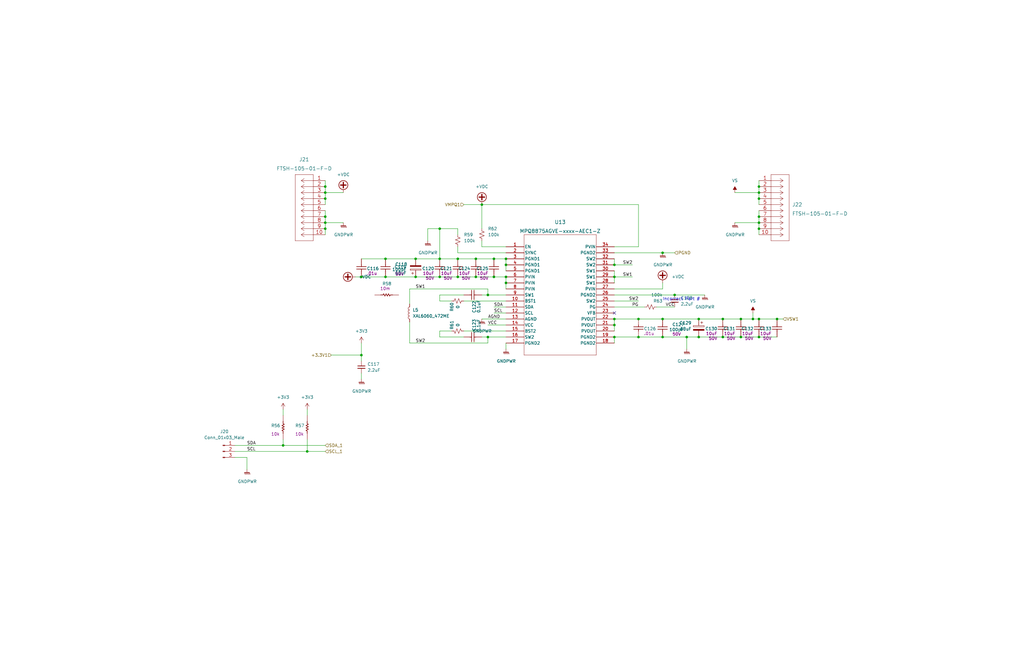
<source format=kicad_sch>
(kicad_sch (version 20230121) (generator eeschema)
  (paper "B")
  (title_block (title "SN-952-A, Charge & Discharge Control") (date "2023-06-28") (rev "PA"))
  (lib_symbols
    (symbol "BCU_AltiumImport-altium-import:0_Cap"
      (property "Value" "0_Cap" (at 0 0 0))
      (symbol "0_Cap_1_0"
        (polyline (pts (xy -2.032 -3.302) (xy 2.032 -3.302)) (stroke (width 0.254)))
        (polyline (pts (xy 0 -5.08) (xy 0 -4.318)) (stroke (width 0.254)))
        (polyline (pts (xy 0 -2.54) (xy 0 -3.302)) (stroke (width 0.254)))
        (polyline (pts (xy 2.032 -4.318) (xy -2.032 -4.318)) (stroke (width 0.254)))
        (pin passive line (at 0 0 270) (length 2.54) (name "1") (number "1"))
        (pin passive line (at 0 -7.62 90) (length 2.54) (name "2") (number "2"))
      )
    )
    (symbol "BCU_AltiumImport-altium-import:0_RES"
      (property "Value" "0_RES" (at 0 0 0))
      (symbol "0_RES_1_0"
        (polyline (pts (xy 7.62 0) (xy 6.604 0) (xy 6.35 -0.508) (xy 5.842 0.508) (xy 5.334 -0.508) (xy 4.826 0.508) (xy 4.318 -0.508) (xy 3.81 0.508) (xy 3.556 0) (xy 2.54 0)) (stroke (width 0.254)))
        (pin passive line (at 0 0 0) (length 2.54) (name "1") (number "1"))
        (pin passive line (at 10.16 0 180) (length 2.54) (name "2") (number "2"))
      )
    )
    (symbol "Connector:Conn_01x03_Male" (pin_names (offset 1.016) hide)
      (property "Reference" "J" (at 0 5.08 0))
      (property "Value" "Conn_01x03_Male" (at 0 -5.08 0))
      (symbol "Conn_01x03_Male_1_1"
        (polyline (pts (xy 1.27 -2.54) (xy 0.8636 -2.54)) (stroke (width 0.1524)))
        (polyline (pts (xy 1.27 0) (xy 0.8636 0)) (stroke (width 0.1524)))
        (polyline (pts (xy 1.27 2.54) (xy 0.8636 2.54)) (stroke (width 0.1524)))
        (rectangle (start 0.8636 -2.413) (end 0 -2.667) (stroke (width 0.1524)) (fill (type outline)))
        (rectangle (start 0.8636 0.127) (end 0 -0.127) (stroke (width 0.1524)) (fill (type outline)))
        (rectangle (start 0.8636 2.667) (end 0 2.413) (stroke (width 0.1524)) (fill (type outline)))
        (pin passive line (at 5.08 2.54 180) (length 3.81) (name "Pin_1") (number "1"))
        (pin passive line (at 5.08 0 180) (length 3.81) (name "Pin_2") (number "2"))
        (pin passive line (at 5.08 -2.54 180) (length 3.81) (name "Pin_3") (number "3"))
      )
    )
    (symbol "Connector:FTSH-105-01-F-D" (pin_names (offset 0.254) hide)
      (property "Reference" "J?" (at 8.89 6.35 0))
      (property "Value" "FTSH-105-01-F-D" (at 26.67 -6.35 0))
      (symbol "FTSH-105-01-F-D_1_1"
        (polyline (pts (xy 5.08 -25.4) (xy 12.7 -25.4)) (stroke (width 0.127)))
        (polyline (pts (xy 5.08 2.54) (xy 5.08 -25.4)) (stroke (width 0.127)))
        (polyline (pts (xy 10.16 -22.86) (xy 5.08 -22.86)) (stroke (width 0.127)))
        (polyline (pts (xy 10.16 -22.86) (xy 8.89 -23.6982)) (stroke (width 0.127)))
        (polyline (pts (xy 10.16 -22.86) (xy 8.89 -22.0218)) (stroke (width 0.127)))
        (polyline (pts (xy 10.16 -20.32) (xy 5.08 -20.32)) (stroke (width 0.127)))
        (polyline (pts (xy 10.16 -20.32) (xy 8.89 -21.1582)) (stroke (width 0.127)))
        (polyline (pts (xy 10.16 -20.32) (xy 8.89 -19.4818)) (stroke (width 0.127)))
        (polyline (pts (xy 10.16 -17.78) (xy 5.08 -17.78)) (stroke (width 0.127)))
        (polyline (pts (xy 10.16 -17.78) (xy 8.89 -18.6182)) (stroke (width 0.127)))
        (polyline (pts (xy 10.16 -17.78) (xy 8.89 -16.9418)) (stroke (width 0.127)))
        (polyline (pts (xy 10.16 -15.24) (xy 5.08 -15.24)) (stroke (width 0.127)))
        (polyline (pts (xy 10.16 -15.24) (xy 8.89 -16.0782)) (stroke (width 0.127)))
        (polyline (pts (xy 10.16 -15.24) (xy 8.89 -14.4018)) (stroke (width 0.127)))
        (polyline (pts (xy 10.16 -12.7) (xy 5.08 -12.7)) (stroke (width 0.127)))
        (polyline (pts (xy 10.16 -12.7) (xy 8.89 -13.5382)) (stroke (width 0.127)))
        (polyline (pts (xy 10.16 -12.7) (xy 8.89 -11.8618)) (stroke (width 0.127)))
        (polyline (pts (xy 10.16 -10.16) (xy 5.08 -10.16)) (stroke (width 0.127)))
        (polyline (pts (xy 10.16 -10.16) (xy 8.89 -10.9982)) (stroke (width 0.127)))
        (polyline (pts (xy 10.16 -10.16) (xy 8.89 -9.3218)) (stroke (width 0.127)))
        (polyline (pts (xy 10.16 -7.62) (xy 5.08 -7.62)) (stroke (width 0.127)))
        (polyline (pts (xy 10.16 -7.62) (xy 8.89 -8.4582)) (stroke (width 0.127)))
        (polyline (pts (xy 10.16 -7.62) (xy 8.89 -6.7818)) (stroke (width 0.127)))
        (polyline (pts (xy 10.16 -5.08) (xy 5.08 -5.08)) (stroke (width 0.127)))
        (polyline (pts (xy 10.16 -5.08) (xy 8.89 -5.9182)) (stroke (width 0.127)))
        (polyline (pts (xy 10.16 -5.08) (xy 8.89 -4.2418)) (stroke (width 0.127)))
        (polyline (pts (xy 10.16 -2.54) (xy 5.08 -2.54)) (stroke (width 0.127)))
        (polyline (pts (xy 10.16 -2.54) (xy 8.89 -3.3782)) (stroke (width 0.127)))
        (polyline (pts (xy 10.16 -2.54) (xy 8.89 -1.7018)) (stroke (width 0.127)))
        (polyline (pts (xy 10.16 0) (xy 5.08 0)) (stroke (width 0.127)))
        (polyline (pts (xy 10.16 0) (xy 8.89 -0.8382)) (stroke (width 0.127)))
        (polyline (pts (xy 10.16 0) (xy 8.89 0.8382)) (stroke (width 0.127)))
        (polyline (pts (xy 12.7 -25.4) (xy 12.7 2.54)) (stroke (width 0.127)))
        (polyline (pts (xy 12.7 2.54) (xy 5.08 2.54)) (stroke (width 0.127)))
        (pin unspecified line (at 0 0 0) (length 5.08) (name "1") (number "1"))
        (pin unspecified line (at 0 -22.86 0) (length 5.08) (name "10") (number "10"))
        (pin unspecified line (at 0 -2.54 0) (length 5.08) (name "2") (number "2"))
        (pin unspecified line (at 0 -5.08 0) (length 5.08) (name "3") (number "3"))
        (pin unspecified line (at 0 -7.62 0) (length 5.08) (name "4") (number "4"))
        (pin unspecified line (at 0 -10.16 0) (length 5.08) (name "5") (number "5"))
        (pin unspecified line (at 0 -12.7 0) (length 5.08) (name "6") (number "6"))
        (pin unspecified line (at 0 -15.24 0) (length 5.08) (name "7") (number "7"))
        (pin unspecified line (at 0 -17.78 0) (length 5.08) (name "8") (number "8"))
        (pin unspecified line (at 0 -20.32 0) (length 5.08) (name "9") (number "9"))
      )
    )
    (symbol "Device:C_Polarized" (pin_numbers hide) (pin_names (offset 0.254))
      (property "Reference" "C" (at 0.635 2.54 0))
      (property "Value" "C_Polarized" (at 0.635 -2.54 0))
      (symbol "C_Polarized_0_1"
        (rectangle (start -2.286 0.508) (end 2.286 1.016))
        (polyline (pts (xy -1.778 2.286) (xy -0.762 2.286)))
        (polyline (pts (xy -1.27 2.794) (xy -1.27 1.778)))
        (rectangle (start 2.286 -0.508) (end -2.286 -1.016) (fill (type outline)))
      )
      (symbol "C_Polarized_1_1"
        (pin passive line (at 0 3.81 270) (length 2.794) (name "~") (number "1"))
        (pin passive line (at 0 -3.81 90) (length 2.794) (name "~") (number "2"))
      )
    )
    (symbol "Device:C_Small" (pin_numbers hide) (pin_names (offset 0.254) hide)
      (property "Reference" "C" (at 0.254 1.778 0))
      (property "Value" "C_Small" (at 0.254 -2.032 0))
      (symbol "C_Small_0_1"
        (polyline (pts (xy -1.524 -0.508) (xy 1.524 -0.508)) (stroke (width 0.3302)))
        (polyline (pts (xy -1.524 0.508) (xy 1.524 0.508)) (stroke (width 0.3048)))
      )
      (symbol "C_Small_1_1"
        (pin passive line (at 0 2.54 270) (length 2.032) (name "~") (number "1"))
        (pin passive line (at 0 -2.54 90) (length 2.032) (name "~") (number "2"))
      )
    )
    (symbol "Device:L" (pin_numbers hide) (pin_names (offset 1.016) hide)
      (property "Reference" "L" (at -1.27 0 90))
      (property "Value" "L" (at 1.905 0 90))
      (symbol "L_0_1"
        (arc (start 0 -2.54) (mid 0.6323 -1.905) (end 0 -1.27))
        (arc (start 0 -1.27) (mid 0.6323 -0.635) (end 0 0))
        (arc (start 0 0) (mid 0.6323 0.635) (end 0 1.27))
        (arc (start 0 1.27) (mid 0.6323 1.905) (end 0 2.54))
      )
      (symbol "L_1_1"
        (pin passive line (at 0 3.81 270) (length 1.27) (name "1") (number "1"))
        (pin passive line (at 0 -3.81 90) (length 1.27) (name "2") (number "2"))
      )
    )
    (symbol "Device:R_Small_US" (pin_numbers hide) (pin_names (offset 0.254) hide)
      (property "Reference" "R" (at 0.762 0.508 0))
      (property "Value" "R_Small_US" (at 0.762 -1.016 0))
      (symbol "R_Small_US_1_1"
        (polyline (pts (xy 0 0) (xy 1.016 -0.381) (xy 0 -0.762) (xy -1.016 -1.143) (xy 0 -1.524)))
        (polyline (pts (xy 0 1.524) (xy 1.016 1.143) (xy 0 0.762) (xy -1.016 0.381) (xy 0 0)))
        (pin passive line (at 0 2.54 270) (length 1.016) (name "~") (number "1"))
        (pin passive line (at 0 -2.54 90) (length 1.016) (name "~") (number "2"))
      )
    )
    (symbol "Regulator_Switching:MPQ8875AGVE-xxxx-AEC1-Z" (pin_names (offset 0.254))
      (property "Reference" "U" (at 22.86 10.16 0))
      (property "Value" "MPQ8875AGVE-xxxx-AEC1-Z" (at 22.86 7.62 0))
      (symbol "MPQ8875AGVE-xxxx-AEC1-Z_0_1"
        (polyline (pts (xy 7.62 -45.72) (xy 38.1 -45.72)) (stroke (width 0.127)))
        (polyline (pts (xy 7.62 5.08) (xy 7.62 -45.72)) (stroke (width 0.127)))
        (polyline (pts (xy 38.1 -45.72) (xy 38.1 5.08)) (stroke (width 0.127)))
        (polyline (pts (xy 38.1 5.08) (xy 7.62 5.08)) (stroke (width 0.127)))
        (pin input line (at 0 0 0) (length 7.62) (name "EN") (number "1"))
        (pin power_in line (at 0 -22.86 0) (length 7.62) (name "BST1") (number "10"))
        (pin bidirectional line (at 0 -25.4 0) (length 7.62) (name "SDA") (number "11"))
        (pin input line (at 0 -27.94 0) (length 7.62) (name "SCL") (number "12"))
        (pin power_in line (at 0 -30.48 0) (length 7.62) (name "AGND") (number "13"))
        (pin power_in line (at 0 -33.02 0) (length 7.62) (name "VCC") (number "14"))
        (pin power_in line (at 0 -35.56 0) (length 7.62) (name "BST2") (number "15"))
        (pin output line (at 0 -38.1 0) (length 7.62) (name "SW2") (number "16"))
        (pin power_in line (at 0 -40.64 0) (length 7.62) (name "PGND2") (number "17"))
        (pin power_in line (at 45.72 -40.64 180) (length 7.62) (name "PGND2") (number "18"))
        (pin power_in line (at 45.72 -38.1 180) (length 7.62) (name "PGND2") (number "19"))
        (pin bidirectional line (at 0 -2.54 0) (length 7.62) (name "SYNC") (number "2"))
        (pin power_in line (at 45.72 -35.56 180) (length 7.62) (name "PVOUT") (number "20"))
        (pin power_in line (at 45.72 -33.02 180) (length 7.62) (name "PVOUT") (number "21"))
        (pin power_in line (at 45.72 -30.48 180) (length 7.62) (name "PVOUT") (number "22"))
        (pin input line (at 45.72 -27.94 180) (length 7.62) (name "VFB") (number "23"))
        (pin unspecified line (at 45.72 -25.4 180) (length 7.62) (name "PG") (number "24"))
        (pin output line (at 45.72 -22.86 180) (length 7.62) (name "SW2") (number "25"))
        (pin power_in line (at 45.72 -20.32 180) (length 7.62) (name "PGND2") (number "26"))
        (pin power_in line (at 45.72 -17.78 180) (length 7.62) (name "PVIN") (number "27"))
        (pin output line (at 45.72 -15.24 180) (length 7.62) (name "SW1") (number "28"))
        (pin output line (at 45.72 -12.7 180) (length 7.62) (name "SW1") (number "29"))
        (pin power_in line (at 0 -5.08 0) (length 7.62) (name "PGND1") (number "3"))
        (pin output line (at 45.72 -10.16 180) (length 7.62) (name "SW1") (number "30"))
        (pin output line (at 45.72 -7.62 180) (length 7.62) (name "SW2") (number "31"))
        (pin output line (at 45.72 -5.08 180) (length 7.62) (name "SW2") (number "32"))
        (pin power_in line (at 45.72 -2.54 180) (length 7.62) (name "PGND2") (number "33"))
        (pin power_in line (at 45.72 0 180) (length 7.62) (name "PVIN") (number "34"))
        (pin power_in line (at 0 -7.62 0) (length 7.62) (name "PGND1") (number "4"))
        (pin power_in line (at 0 -10.16 0) (length 7.62) (name "PGND1") (number "5"))
        (pin power_in line (at 0 -12.7 0) (length 7.62) (name "PVIN") (number "6"))
        (pin power_in line (at 0 -15.24 0) (length 7.62) (name "PVIN") (number "7"))
        (pin power_in line (at 0 -17.78 0) (length 7.62) (name "PVIN") (number "8"))
        (pin output line (at 0 -20.32 0) (length 7.62) (name "SW1") (number "9"))
      )
    )
    (symbol "power:+3V3" (power) (pin_names (offset 0))
      (property "Value" "+3V3" (at 0 3.556 0))
      (symbol "+3V3_0_1"
        (polyline (pts (xy -0.762 1.27) (xy 0 2.54)))
        (polyline (pts (xy 0 0) (xy 0 2.54)))
        (polyline (pts (xy 0 2.54) (xy 0.762 1.27)))
      )
      (symbol "+3V3_1_1"
        (pin power_in line (at 0 0 90) (length 0) hide (name "+3V3") (number "1"))
      )
    )
    (symbol "power:+VDC" (power) (pin_names (offset 0))
      (property "Value" "+VDC" (at 0 6.35 0))
      (symbol "+VDC_0_1"
        (polyline (pts (xy -1.143 3.175) (xy 1.143 3.175)) (stroke (width 0.508)))
        (polyline (pts (xy 0 0) (xy 0 1.27)))
        (polyline (pts (xy 0 2.032) (xy 0 4.318)) (stroke (width 0.508)))
        (circle (center 0 3.175) (radius 1.905) (stroke (width 0.254)))
      )
      (symbol "+VDC_1_1"
        (pin power_in line (at 0 0 90) (length 0) hide (name "+VDC") (number "1"))
      )
    )
    (symbol "power:GNDPWR" (power) (pin_names (offset 0))
      (property "Value" "GNDPWR" (at 0 -3.302 0))
      (symbol "GNDPWR_0_1"
        (polyline (pts (xy 0 -1.27) (xy 0 0)))
        (polyline (pts (xy -1.016 -1.27) (xy -1.27 -2.032) (xy -1.27 -2.032)) (stroke (width 0.2032)))
        (polyline (pts (xy -0.508 -1.27) (xy -0.762 -2.032) (xy -0.762 -2.032)) (stroke (width 0.2032)))
        (polyline (pts (xy 0 -1.27) (xy -0.254 -2.032) (xy -0.254 -2.032)) (stroke (width 0.2032)))
        (polyline (pts (xy 0.508 -1.27) (xy 0.254 -2.032) (xy 0.254 -2.032)) (stroke (width 0.2032)))
        (polyline (pts (xy 1.016 -1.27) (xy -1.016 -1.27) (xy -1.016 -1.27)) (stroke (width 0.2032)))
        (polyline (pts (xy 1.016 -1.27) (xy 0.762 -2.032) (xy 0.762 -2.032) (xy 0.762 -2.032)) (stroke (width 0.2032)))
      )
      (symbol "GNDPWR_1_1"
        (pin power_in line (at 0 0 270) (length 0) hide (name "GNDPWR") (number "1"))
      )
    )
    (symbol "power:VS" (power) (pin_names (offset 0))
      (property "Value" "VS" (at 0 3.81 0))
      (symbol "VS_0_1"
        (polyline (pts (xy 0 0) (xy 0 2.54)))
        (polyline (pts (xy 0.762 1.27) (xy -0.762 1.27) (xy 0 2.54) (xy 0.762 1.27)) (fill (type outline)))
      )
      (symbol "VS_1_1"
        (pin power_in line (at 0 0 90) (length 0) hide (name "VS") (number "1"))
      )
    )
  )
  (junction (at 205.74 124.46))
  (junction (at 129.54 190.5))
  (junction (at 320.04 134.62))
  (junction (at 193.04 109.22))
  (junction (at 213.36 109.22))
  (junction (at 320.04 93.98))
  (junction (at 162.56 109.22))
  (junction (at 213.36 111.76))
  (junction (at 208.28 116.84))
  (junction (at 175.26 109.22))
  (junction (at 294.64 134.62))
  (junction (at 137.16 78.74))
  (junction (at 203.2 86.36))
  (junction (at 205.74 142.24))
  (junction (at 259.08 111.76))
  (junction (at 312.42 134.62))
  (junction (at 137.16 83.82))
  (junction (at 208.28 109.22))
  (junction (at 259.08 142.24))
  (junction (at 152.4 116.84))
  (junction (at 137.16 91.44))
  (junction (at 137.16 81.28))
  (junction (at 185.42 96.52))
  (junction (at 279.4 106.68))
  (junction (at 185.42 109.22))
  (junction (at 304.8 142.24))
  (junction (at 193.04 116.84))
  (junction (at 304.8 134.62))
  (junction (at 320.04 91.44))
  (junction (at 137.16 93.98))
  (junction (at 284.48 124.46))
  (junction (at 269.24 134.62))
  (junction (at 320.04 96.52))
  (junction (at 279.4 134.62))
  (junction (at 320.04 83.82))
  (junction (at 317.5 134.62))
  (junction (at 152.4 149.86))
  (junction (at 312.42 142.24))
  (junction (at 200.66 109.22))
  (junction (at 119.38 187.96))
  (junction (at 259.08 134.62))
  (junction (at 259.08 137.16))
  (junction (at 175.26 116.84))
  (junction (at 320.04 78.74))
  (junction (at 320.04 81.28))
  (junction (at 289.56 142.24))
  (junction (at 279.4 142.24))
  (junction (at 320.04 142.24))
  (junction (at 213.36 116.84))
  (junction (at 200.66 116.84))
  (junction (at 185.42 116.84))
  (junction (at 137.16 96.52))
  (junction (at 269.24 142.24))
  (junction (at 294.64 142.24))
  (junction (at 259.08 116.84))
  (junction (at 327.66 134.62))
  (junction (at 213.36 119.38))
  (junction (at 162.56 116.84))
  (no_connect (at 259.08 132.08))
  (wire (pts (xy 259.08 114.3) (xy 259.08 116.84)))
  (wire (pts (xy 193.04 99.06) (xy 193.04 96.52)))
  (wire (pts (xy 213.36 116.84) (xy 213.36 119.38)))
  (wire (pts (xy 320.04 88.9) (xy 320.04 91.44)))
  (wire (pts (xy 137.16 88.9) (xy 137.16 91.44)))
  (wire (pts (xy 320.04 134.62) (xy 327.66 134.62)))
  (wire (pts (xy 205.74 137.16) (xy 213.36 137.16)))
  (wire (pts (xy 320.04 96.52) (xy 320.04 99.06)))
  (wire (pts (xy 137.16 91.44) (xy 137.16 93.98)))
  (wire (pts (xy 259.08 109.22) (xy 259.08 111.76)))
  (wire (pts (xy 208.28 129.54) (xy 213.36 129.54)))
  (wire (pts (xy 317.5 132.08) (xy 317.5 134.62)))
  (wire (pts (xy 203.2 96.52) (xy 203.2 86.36)))
  (wire (pts (xy 269.24 104.14) (xy 259.08 104.14)))
  (wire (pts (xy 208.28 132.08) (xy 213.36 132.08)))
  (wire (pts (xy 205.74 124.46) (xy 205.74 121.92)))
  (wire (pts (xy 185.42 127) (xy 190.5 127)))
  (wire (pts (xy 137.16 76.2) (xy 137.16 78.74)))
  (wire (pts (xy 213.36 106.68) (xy 193.04 106.68)))
  (wire (pts (xy 172.72 144.78) (xy 172.72 135.89)))
  (wire (pts (xy 312.42 134.62) (xy 317.5 134.62)))
  (wire (pts (xy 269.24 86.36) (xy 269.24 104.14)))
  (wire (pts (xy 152.4 116.84) (xy 162.56 116.84)))
  (wire (pts (xy 119.38 187.96) (xy 137.16 187.96)))
  (wire (pts (xy 309.88 93.98) (xy 320.04 93.98)))
  (wire (pts (xy 195.58 139.7) (xy 213.36 139.7)))
  (wire (pts (xy 205.74 124.46) (xy 213.36 124.46)))
  (wire (pts (xy 200.66 109.22) (xy 208.28 109.22)))
  (wire (pts (xy 320.04 91.44) (xy 320.04 93.98)))
  (wire (pts (xy 200.66 116.84) (xy 208.28 116.84)))
  (wire (pts (xy 203.2 86.36) (xy 269.24 86.36)))
  (wire (pts (xy 259.08 137.16) (xy 259.08 139.7)))
  (wire (pts (xy 152.4 152.4) (xy 152.4 149.86)))
  (wire (pts (xy 180.34 96.52) (xy 185.42 96.52)))
  (wire (pts (xy 259.08 111.76) (xy 266.7 111.76)))
  (wire (pts (xy 162.56 109.22) (xy 175.26 109.22)))
  (wire (pts (xy 259.08 116.84) (xy 266.7 116.84)))
  (wire (pts (xy 317.5 134.62) (xy 320.04 134.62)))
  (wire (pts (xy 185.42 142.24) (xy 185.42 139.7)))
  (wire (pts (xy 205.74 144.78) (xy 172.72 144.78)))
  (wire (pts (xy 276.86 129.54) (xy 284.48 129.54)))
  (wire (pts (xy 99.06 190.5) (xy 129.54 190.5)))
  (wire (pts (xy 129.54 190.5) (xy 137.16 190.5)))
  (wire (pts (xy 203.2 104.14) (xy 203.2 101.6)))
  (wire (pts (xy 195.58 127) (xy 213.36 127)))
  (wire (pts (xy 180.34 101.6) (xy 180.34 96.52)))
  (wire (pts (xy 279.4 119.38) (xy 279.4 121.92)))
  (wire (pts (xy 185.42 109.22) (xy 193.04 109.22)))
  (wire (pts (xy 279.4 106.68) (xy 284.48 106.68)))
  (wire (pts (xy 137.16 93.98) (xy 144.78 93.98)))
  (wire (pts (xy 193.04 106.68) (xy 193.04 104.14)))
  (wire (pts (xy 162.56 116.84) (xy 175.26 116.84)))
  (wire (pts (xy 119.38 172.72) (xy 119.38 175.26)))
  (wire (pts (xy 137.16 78.74) (xy 137.16 81.28)))
  (wire (pts (xy 213.36 119.38) (xy 213.36 121.92)))
  (wire (pts (xy 289.56 142.24) (xy 289.56 147.32)))
  (wire (pts (xy 279.4 134.62) (xy 294.64 134.62)))
  (wire (pts (xy 309.88 81.28) (xy 320.04 81.28)))
  (wire (pts (xy 137.16 96.52) (xy 137.16 99.06)))
  (wire (pts (xy 149.86 116.84) (xy 152.4 116.84)))
  (wire (pts (xy 294.64 142.24) (xy 304.8 142.24)))
  (wire (pts (xy 193.04 116.84) (xy 200.66 116.84)))
  (wire (pts (xy 213.36 111.76) (xy 213.36 114.3)))
  (wire (pts (xy 208.28 109.22) (xy 213.36 109.22)))
  (wire (pts (xy 99.06 187.96) (xy 119.38 187.96)))
  (wire (pts (xy 213.36 109.22) (xy 213.36 111.76)))
  (wire (pts (xy 129.54 185.42) (xy 129.54 190.5)))
  (wire (pts (xy 205.74 121.92) (xy 172.72 121.92)))
  (wire (pts (xy 269.24 142.24) (xy 279.4 142.24)))
  (wire (pts (xy 259.08 124.46) (xy 284.48 124.46)))
  (wire (pts (xy 304.8 142.24) (xy 312.42 142.24)))
  (wire (pts (xy 104.14 193.04) (xy 104.14 198.12)))
  (wire (pts (xy 259.08 142.24) (xy 259.08 144.78)))
  (wire (pts (xy 129.54 172.72) (xy 129.54 175.26)))
  (wire (pts (xy 195.58 142.24) (xy 185.42 142.24)))
  (wire (pts (xy 284.48 124.46) (xy 297.18 124.46)))
  (wire (pts (xy 312.42 142.24) (xy 320.04 142.24)))
  (wire (pts (xy 259.08 116.84) (xy 259.08 119.38)))
  (wire (pts (xy 193.04 96.52) (xy 185.42 96.52)))
  (wire (pts (xy 203.2 124.46) (xy 205.74 124.46)))
  (wire (pts (xy 175.26 116.84) (xy 185.42 116.84)))
  (wire (pts (xy 119.38 187.96) (xy 119.38 185.42)))
  (wire (pts (xy 320.04 78.74) (xy 320.04 81.28)))
  (wire (pts (xy 320.04 76.2) (xy 320.04 78.74)))
  (wire (pts (xy 137.16 81.28) (xy 144.78 81.28)))
  (wire (pts (xy 137.16 93.98) (xy 137.16 96.52)))
  (wire (pts (xy 152.4 109.22) (xy 162.56 109.22)))
  (wire (pts (xy 269.24 134.62) (xy 279.4 134.62)))
  (wire (pts (xy 185.42 139.7) (xy 190.5 139.7)))
  (wire (pts (xy 259.08 134.62) (xy 269.24 134.62)))
  (wire (pts (xy 327.66 134.62) (xy 330.2 134.62)))
  (wire (pts (xy 203.2 142.24) (xy 205.74 142.24)))
  (wire (pts (xy 259.08 142.24) (xy 269.24 142.24)))
  (wire (pts (xy 195.58 86.36) (xy 203.2 86.36)))
  (wire (pts (xy 294.64 134.62) (xy 304.8 134.62)))
  (wire (pts (xy 289.56 142.24) (xy 294.64 142.24)))
  (wire (pts (xy 203.2 134.62) (xy 213.36 134.62)))
  (wire (pts (xy 320.04 81.28) (xy 320.04 83.82)))
  (wire (pts (xy 259.08 106.68) (xy 279.4 106.68)))
  (wire (pts (xy 139.7 149.86) (xy 152.4 149.86)))
  (wire (pts (xy 152.4 157.48) (xy 152.4 160.02)))
  (wire (pts (xy 320.04 83.82) (xy 320.04 86.36)))
  (wire (pts (xy 208.28 116.84) (xy 213.36 116.84)))
  (wire (pts (xy 185.42 124.46) (xy 185.42 127)))
  (wire (pts (xy 172.72 121.92) (xy 172.72 128.27)))
  (wire (pts (xy 185.42 116.84) (xy 193.04 116.84)))
  (wire (pts (xy 259.08 129.54) (xy 271.78 129.54)))
  (wire (pts (xy 205.74 142.24) (xy 213.36 142.24)))
  (wire (pts (xy 213.36 104.14) (xy 203.2 104.14)))
  (wire (pts (xy 259.08 121.92) (xy 279.4 121.92)))
  (wire (pts (xy 213.36 144.78) (xy 213.36 147.32)))
  (wire (pts (xy 279.4 142.24) (xy 289.56 142.24)))
  (wire (pts (xy 137.16 81.28) (xy 137.16 83.82)))
  (wire (pts (xy 185.42 96.52) (xy 185.42 109.22)))
  (wire (pts (xy 304.8 134.62) (xy 312.42 134.62)))
  (wire (pts (xy 152.4 144.78) (xy 152.4 149.86)))
  (wire (pts (xy 137.16 83.82) (xy 137.16 86.36)))
  (wire (pts (xy 205.74 144.78) (xy 205.74 142.24)))
  (wire (pts (xy 175.26 109.22) (xy 185.42 109.22)))
  (wire (pts (xy 195.58 124.46) (xy 185.42 124.46)))
  (wire (pts (xy 259.08 134.62) (xy 259.08 137.16)))
  (wire (pts (xy 193.04 109.22) (xy 200.66 109.22)))
  (wire (pts (xy 320.04 93.98) (xy 320.04 96.52)))
  (wire (pts (xy 99.06 193.04) (xy 104.14 193.04)))
  (wire (pts (xy 269.24 127) (xy 259.08 127)))
  (wire (pts (xy 320.04 142.24) (xy 327.66 142.24)))
  (text "Incorrect Part #\n" (at 279.4 127 0) (effects (font (size 1.27 1.27)) (justify left bottom)))
  (label "SCL" (at 104.14 190.5 0))
  (label "PG" (at 269.24 129.54 180))
  (label "SDA" (at 104.14 187.96 0))
  (label "SCL" (at 208.28 132.08 0))
  (label "SW1" (at 266.7 116.84 180))
  (label "SDA" (at 208.28 129.54 0))
  (label "VCC" (at 284.48 129.54 180))
  (label "VCC" (at 205.74 137.16 0))
  (label "SW2" (at 266.7 111.76 180))
  (label "SW2" (at 175.26 144.78 0))
  (label "SW1" (at 175.26 121.92 0))
  (label "SW2" (at 269.24 127 180))
  (label "AGND" (at 205.74 134.62 0))
  (hierarchical_label "PGND" (shape input) (at 284.48 106.68 0))
  (hierarchical_label "SDA_1" (shape input) (at 137.16 187.96 0))
  (hierarchical_label "VMPQ1" (shape input) (at 195.58 86.36 180))
  (hierarchical_label "VSW1" (shape input) (at 330.2 134.62 0))
  (hierarchical_label "SCL_1" (shape input) (at 137.16 190.5 0))
  (hierarchical_label "+3.3V1" (shape input) (at 139.7 149.86 180))
  (symbol (lib_id "power:GNDPWR") (at 297.18 124.46 0) (mirror y) (unit 1)
    (property "Reference" "#PWR084" (effects hide))
    (property "Value" "GNDPWR" (at 297.307 129.54 0))
  )
  (symbol (lib_id "Device:C_Polarized") (at 294.64 138.43 0) (mirror y) (unit 1)
    (property "Reference" "C129" (at 291.592 136.2709 0) (effects (justify left)))
    (property "Value" "68uF" (at 291.592 138.8109 0) (effects (justify left)))
    (property "Footprint" "Capacitor_SMD:CP_Elec_6.3x7.7" (effects hide))
    (property "MANUFACTURER PARTNO" "HZA686M035X16T-F" (effects hide))
    (property "MANUFACTURER " "Cornell Dubilier - CDE" (effects hide))
    (property "MFG" "Cornell Dubilier - CDE" (effects hide))
    (property "Part Name" "EEH-ZU1H221P" (effects hide))
  )
  (symbol (lib_id "power:+VDC") (at 144.78 81.28 0) (unit 1)
    (property "Reference" "#PWR071" (effects hide))
    (property "Value" "+VDC" (at 144.78 73.66 0))
  )
  (symbol (lib_id "power:GNDPWR") (at 309.88 93.98 0) (mirror y) (unit 1)
    (property "Reference" "#PWR086" (effects hide))
    (property "Value" "GNDPWR" (at 310.007 99.06 0))
  )
  (symbol (lib_id "power:+VDC") (at 279.4 119.38 0) (unit 1)
    (property "Reference" "#PWR082" (effects hide))
    (property "Value" "+VDC" (at 283.21 116.7764 0) (effects (justify left)))
  )
  (symbol (lib_id "BCU_AltiumImport-altium-import:0_RES") (at 168.148 124.46 180) (unit 1)
    (property "Reference" "R58" (at 165.1 118.999 0) (effects (justify left bottom)))
    (property "Value" ".01" (effects hide))
    (property "Footprint" "Resistor_SMD:R_2010_5025Metric" (effects hide))
    (property "Datasheet" "https://www.mouser.com/datasheet/2/427/wsl-1762032.pdf" (effects hide))
    (property "MANUFACTURER PARTNO" "WSL2010R0100FEA18" (effects hide))
    (property "WATTAGE" "1W" (effects hide))
    (property "RESISTANCE" "10m" (at 164.592 121.031 0) (effects (justify left bottom)))
    (property "IDENTIFIER" "0.01ohm 1% 1W 2010 " (effects hide))
    (property "TOLERANCE" "+/-1%" (effects hide))
    (property "TEMPERATURE COEFFICENT" "75ppm/C" (effects hide))
    (property "MOUNTING TECHNOLOGY" "SMT" (effects hide))
    (property "Part Name" "PE2010FKE070R01L" (effects hide))
  )
  (symbol (lib_id "BCU_AltiumImport-altium-import:0_Cap") (at 320.04 134.62 0) (mirror y) (unit 1)
    (property "Reference" "C132" (at 317.754 139.446 0) (effects (justify left bottom)))
    (property "Value" "10uF" (effects hide))
    (property "Footprint" "Capacitor_SMD:C_1206_3216Metric" (effects hide))
    (property "MANUFACTURER PARTNO" "C3216JB1H106K160AB" (effects hide))
    (property "DIELECTRIC" "X7R" (effects hide))
    (property "CAPACITANCE" "10uF" (at 317.754 141.478 0) (effects (justify left bottom)))
    (property "VOLTAGE" "50V" (at 317.754 143.51 0) (effects (justify left bottom)))
    (property "IDENTIFIER" "10uF 50V +/-10% 1206" (effects hide))
    (property "MANUFACTURER" "TDK" (effects hide))
    (property "TOLERANCE" "20%" (effects hide))
    (property "PACKAGE" "1206" (effects hide))
    (property "MFG" "TDK" (effects hide))
    (property "Part Name" "C3216JB1H106K160AB" (effects hide))
  )
  (symbol (lib_id "Regulator_Switching:MPQ8875AGVE-xxxx-AEC1-Z") (at 213.36 104.14 0) (unit 1)
    (property "Reference" "U13" (at 236.22 93.726 0) (effects (font (size 1.524 1.524))))
    (property "Value" "MPQ8875AGVE-xxxx-AEC1-Z" (at 236.22 97.536 0) (effects (font (size 1.524 1.524))))
    (property "Footprint" "Converter_DCDC:QFN-34_MPQ8875A-AEC1_MNP" (effects hide))
  )
  (symbol (lib_id "BCU_AltiumImport-altium-import:0_Cap") (at 185.42 109.22 0) (mirror y) (unit 1)
    (property "Reference" "C120" (at 183.134 114.046 0) (effects (justify left bottom)))
    (property "Value" "10uF" (effects hide))
    (property "Footprint" "Capacitor_SMD:C_1206_3216Metric" (effects hide))
    (property "MANUFACTURER PARTNO" "C3216JB1H106K160AB" (effects hide))
    (property "DIELECTRIC" "X7R" (effects hide))
    (property "CAPACITANCE" "10uF" (at 183.134 116.078 0) (effects (justify left bottom)))
    (property "VOLTAGE" "50V" (at 183.134 118.11 0) (effects (justify left bottom)))
    (property "IDENTIFIER" "10uF 50V +/-10% 1206" (effects hide))
    (property "MANUFACTURER" "TDK" (effects hide))
    (property "TOLERANCE" "20%" (effects hide))
    (property "PACKAGE" "1206" (effects hide))
    (property "MFG" "TDK" (effects hide))
    (property "Part Name" "C3216JB1H106K160AB" (effects hide))
  )
  (symbol (lib_id "Device:C_Polarized") (at 175.26 113.03 0) (mirror x) (unit 1)
    (property "Reference" "C119" (at 171.45 112.6489 0) (effects (justify right)))
    (property "Value" "68uF" (at 171.45 115.1889 0) (effects (justify right)))
    (property "Footprint" "Capacitor_SMD:CP_Elec_6.3x7.7" (effects hide))
    (property "MANUFACTURER PARTNO" "HZA686M035X16T-F" (effects hide))
    (property "MANUFACTURER " "Cornell Dubilier - CDE" (effects hide))
    (property "MFG" "Cornell Dubilier - CDE" (effects hide))
    (property "Part Name" "EEH-ZU1H221P" (effects hide))
  )
  (symbol (lib_id "power:+3V3") (at 152.4 144.78 0) (unit 1)
    (property "Reference" "#PWR075" (effects hide))
    (property "Value" "+3V3" (at 152.4 139.7 0))
  )
  (symbol (lib_id "Connector:FTSH-105-01-F-D") (at 137.16 76.2 0) (mirror y) (unit 1)
    (property "Reference" "J21" (at 128.27 67.31 0) (effects (font (size 1.524 1.524))))
    (property "Value" "FTSH-105-01-F-D" (at 128.27 71.12 0) (effects (font (size 1.524 1.524))))
    (property "Footprint" "Connector_Samtec:FTSH-105-01-F-D" (effects hide))
  )
  (symbol (lib_id "power:+3V3") (at 119.38 172.72 0) (unit 1)
    (property "Reference" "#PWR069" (effects hide))
    (property "Value" "+3V3" (at 119.38 167.64 0))
  )
  (symbol (lib_id "Device:L") (at 172.72 132.08 180) (unit 1)
    (property "Reference" "L5" (at 173.99 130.8099 0) (effects (justify right)))
    (property "Value" "XAL6060_472ME" (at 173.99 133.3499 0) (effects (justify right)))
    (property "Footprint" "Inductor_SMD:L_Coilcraft_XAL60xx_6.36x6.56mm" (effects hide))
  )
  (symbol (lib_id "BCU_AltiumImport-altium-import:0_Cap") (at 195.58 124.46 90) (unit 1)
    (property "Reference" "C122" (at 200.66 132.08 0) (effects (justify left bottom)))
    (property "Value" "0.1uF" (at 202.565 132.08 0) (effects (justify left bottom)))
    (property "Footprint" "Capacitor_SMD:C_0402_1005Metric" (effects hide))
    (property "MANUFACTURER" "TDK" (effects hide))
    (property "TOLERANCE" "+/-20%" (effects hide))
    (property "MOUNTING TECHNOLOGY" "SMT" (effects hide))
    (property "MFG" "Murata Electronics" (effects hide))
    (property "Part Name" "GRM155R61H104ME14J" (effects hide))
    (property "MFG 2" "Yageo" (effects hide))
    (property "Part Name 2" "CC0402KRX5R9BB104" (effects hide))
  )
  (symbol (lib_id "power:GNDPWR") (at 279.4 106.68 0) (mirror y) (unit 1)
    (property "Reference" "#PWR081" (effects hide))
    (property "Value" "GNDPWR" (at 279.527 111.76 0))
  )
  (symbol (lib_id "BCU_AltiumImport-altium-import:0_Cap") (at 195.58 142.24 90) (mirror x) (unit 1)
    (property "Reference" "C123" (at 200.66 134.62 0) (effects (justify left bottom)))
    (property "Value" "0.1uF" (at 202.565 134.62 0) (effects (justify left bottom)))
    (property "Footprint" "Capacitor_SMD:C_0402_1005Metric" (effects hide))
    (property "MANUFACTURER" "TDK" (effects hide))
    (property "TOLERANCE" "+/-20%" (effects hide))
    (property "MOUNTING TECHNOLOGY" "SMT" (effects hide))
    (property "MFG" "Murata Electronics" (effects hide))
    (property "Part Name" "GRM155R61H104ME14J" (effects hide))
    (property "MFG 2" "Yageo" (effects hide))
    (property "Part Name 2" "CC0402KRX5R9BB104" (effects hide))
  )
  (symbol (lib_id "power:GNDPWR") (at 144.78 93.98 0) (mirror y) (unit 1)
    (property "Reference" "#PWR072" (effects hide))
    (property "Value" "GNDPWR" (at 144.907 99.06 0))
  )
  (symbol (lib_id "BCU_AltiumImport-altium-import:0_Cap") (at 162.56 109.22 0) (unit 1)
    (property "Reference" "C118" (at 166.624 112.268 0) (effects (justify left bottom)))
    (property "Value" "100pF" (at 165.354 114.427 0) (effects (justify left bottom)))
    (property "Footprint" "Capacitor_SMD:C_0402_1005Metric" (effects hide))
    (property "CAPACITANCE" "220pF" (effects hide))
    (property "VOLTAGE" "50V" (at 166.624 116.332 0) (effects (justify left bottom)))
    (property "IDENTIFIER" "220pF 50V +/-5% 0603 COG" (effects hide))
    (property "MOUNTING TECHNOLOGY" "SMT" (effects hide))
    (property "ROHS" "YES" (effects hide))
    (property "MFG" "Murata Electronics" (effects hide))
    (property "Part Name" "GRT1555C1H101JA02D" (effects hide))
  )
  (symbol (lib_id "power:GNDPWR") (at 180.34 101.6 0) (mirror y) (unit 1)
    (property "Reference" "#PWR077" (effects hide))
    (property "Value" "GNDPWR" (at 180.467 106.68 0))
  )
  (symbol (lib_id "Device:R_Small_US") (at 193.04 127 270) (unit 1)
    (property "Reference" "R60" (at 190.5 129.54 0))
    (property "Value" "0" (at 193.04 129.54 0))
    (property "Footprint" "Resistor_SMD:R_0402_1005Metric" (effects hide))
    (property "MANUFACTURER" "YAGEO" (effects hide))
    (property "Part Name" "RC0402JR-130RL" (effects hide))
  )
  (symbol (lib_id "power:+3V3") (at 129.54 172.72 0) (unit 1)
    (property "Reference" "#PWR070" (effects hide))
    (property "Value" "+3V3" (at 129.54 167.64 0))
  )
  (symbol (lib_id "BCU_AltiumImport-altium-import:0_Cap") (at 327.66 134.62 0) (mirror y) (unit 1)
    (property "Reference" "C133" (at 325.374 139.446 0) (effects (justify left bottom)))
    (property "Value" "10uF" (effects hide))
    (property "Footprint" "Capacitor_SMD:C_1206_3216Metric" (effects hide))
    (property "MANUFACTURER PARTNO" "C3216JB1H106K160AB" (effects hide))
    (property "DIELECTRIC" "X7R" (effects hide))
    (property "CAPACITANCE" "10uF" (at 325.374 141.478 0) (effects (justify left bottom)))
    (property "VOLTAGE" "50V" (at 325.374 143.51 0) (effects (justify left bottom)))
    (property "IDENTIFIER" "10uF 50V +/-10% 1206" (effects hide))
    (property "MANUFACTURER" "TDK" (effects hide))
    (property "TOLERANCE" "20%" (effects hide))
    (property "PACKAGE" "1206" (effects hide))
    (property "MFG" "TDK" (effects hide))
    (property "Part Name" "C3216JB1H106K160AB" (effects hide))
  )
  (symbol (lib_id "power:GNDPWR") (at 203.2 134.62 0) (mirror y) (unit 1)
    (property "Reference" "#PWR079" (effects hide))
    (property "Value" "GNDPWR" (at 203.327 139.7 0))
  )
  (symbol (lib_id "BCU_AltiumImport-altium-import:0_Cap") (at 279.4 134.62 0) (unit 1)
    (property "Reference" "C127" (at 283.464 137.668 0) (effects (justify left bottom)))
    (property "Value" "100pF" (at 282.194 139.827 0) (effects (justify left bottom)))
    (property "Footprint" "Capacitor_SMD:C_0402_1005Metric" (effects hide))
    (property "CAPACITANCE" "220pF" (effects hide))
    (property "VOLTAGE" "50V" (at 283.464 141.732 0) (effects (justify left bottom)))
    (property "IDENTIFIER" "220pF 50V +/-5% 0603 COG" (effects hide))
    (property "MOUNTING TECHNOLOGY" "SMT" (effects hide))
    (property "ROHS" "YES" (effects hide))
    (property "MFG" "Murata Electronics" (effects hide))
    (property "Part Name" "GRT1555C1H101JA02D" (effects hide))
  )
  (symbol (lib_id "Device:R_Small_US") (at 193.04 101.6 0) (unit 1)
    (property "Reference" "R59" (at 195.58 99.06 0) (effects (justify left)))
    (property "Value" "100k" (at 195.58 101.6 0) (effects (justify left)))
    (property "Footprint" "Resistor_SMD:R_0402_1005Metric" (effects hide))
    (property "Part Name" "RT0402DRE07100KL" (effects hide))
  )
  (symbol (lib_id "BCU_AltiumImport-altium-import:0_Cap") (at 312.42 134.62 0) (mirror y) (unit 1)
    (property "Reference" "C131" (at 310.134 139.446 0) (effects (justify left bottom)))
    (property "Value" "10uF" (effects hide))
    (property "Footprint" "Capacitor_SMD:C_1206_3216Metric" (effects hide))
    (property "MANUFACTURER PARTNO" "C3216JB1H106K160AB" (effects hide))
    (property "DIELECTRIC" "X7R" (effects hide))
    (property "CAPACITANCE" "10uF" (at 310.134 141.478 0) (effects (justify left bottom)))
    (property "VOLTAGE" "50V" (at 310.134 143.51 0) (effects (justify left bottom)))
    (property "IDENTIFIER" "10uF 50V +/-10% 1206" (effects hide))
    (property "MANUFACTURER" "TDK" (effects hide))
    (property "TOLERANCE" "20%" (effects hide))
    (property "PACKAGE" "1206" (effects hide))
    (property "MFG" "TDK" (effects hide))
    (property "Part Name" "C3216JB1H106K160AB" (effects hide))
  )
  (symbol (lib_id "Device:R_Small_US") (at 274.32 129.54 90) (unit 1)
    (property "Reference" "R63" (at 279.4 127 90) (effects (justify left)))
    (property "Value" "100k" (at 279.4 124.46 90) (effects (justify left)))
    (property "Footprint" "Resistor_SMD:R_0402_1005Metric" (effects hide))
    (property "Part Name" "RT0402DRE07100KL" (effects hide))
  )
  (symbol (lib_id "Device:C_Small") (at 284.48 127 0) (unit 1)
    (property "Reference" "C128" (at 287.02 125.7362 0) (effects (justify left)))
    (property "Value" "2.2uF" (at 287.02 128.2762 0) (effects (justify left)))
    (property "Footprint" "Capacitor_SMD:C_0402_1005Metric" (effects hide))
    (property "MFG" "Murata Electronics" (effects hide))
    (property "Part Name" "GRM188R61H225ME11J" (effects hide))
  )
  (symbol (lib_id "BCU_AltiumImport-altium-import:0_Cap") (at 200.66 109.22 0) (mirror y) (unit 1)
    (property "Reference" "C124" (at 198.374 114.046 0) (effects (justify left bottom)))
    (property "Value" "10uF" (effects hide))
    (property "Footprint" "Capacitor_SMD:C_1206_3216Metric" (effects hide))
    (property "MANUFACTURER PARTNO" "C3216JB1H106K160AB" (effects hide))
    (property "DIELECTRIC" "X7R" (effects hide))
    (property "CAPACITANCE" "10uF" (at 198.374 116.078 0) (effects (justify left bottom)))
    (property "VOLTAGE" "50V" (at 198.374 118.11 0) (effects (justify left bottom)))
    (property "IDENTIFIER" "10uF 50V +/-10% 1206" (effects hide))
    (property "MANUFACTURER" "TDK" (effects hide))
    (property "TOLERANCE" "20%" (effects hide))
    (property "PACKAGE" "1206" (effects hide))
    (property "MFG" "TDK" (effects hide))
    (property "Part Name" "C3216JB1H106K160AB" (effects hide))
  )
  (symbol (lib_id "BCU_AltiumImport-altium-import:0_RES") (at 119.38 175.26 270) (unit 1)
    (property "Reference" "R56" (at 114.3 180.34 90) (effects (justify left bottom)))
    (property "Value" "10k" (effects hide))
    (property "Footprint" "Resistor_SMD:R_0402_1005Metric" (effects hide))
    (property "RESISTANCE" "10k" (at 114.3 183.896 90) (effects (justify left bottom)))
    (property "FILM TYPE" "THIN" (effects hide))
    (property "MOUNTING TECHNOLOGY" "SMT" (effects hide))
    (property "Part Name" "RT0402DRE0710KL" (effects hide))
  )
  (symbol (lib_id "power:GNDPWR") (at 152.4 160.02 0) (mirror y) (unit 1)
    (property "Reference" "#PWR076" (effects hide))
    (property "Value" "GNDPWR" (at 152.527 165.1 0))
  )
  (symbol (lib_id "Device:C_Small") (at 152.4 154.94 0) (unit 1)
    (property "Reference" "C117" (at 154.94 153.6762 0) (effects (justify left)))
    (property "Value" "2.2uF" (at 154.94 156.2162 0) (effects (justify left)))
    (property "Footprint" "Capacitor_SMD:C_0603_1608Metric" (effects hide))
    (property "MFG" "Murata Electronics" (effects hide))
    (property "Part Name" "GRM188R61H225ME11J" (effects hide))
  )
  (symbol (lib_id "BCU_AltiumImport-altium-import:0_Cap") (at 304.8 134.62 0) (mirror y) (unit 1)
    (property "Reference" "C130" (at 302.514 139.446 0) (effects (justify left bottom)))
    (property "Value" "10uF" (effects hide))
    (property "Footprint" "Capacitor_SMD:C_1206_3216Metric" (effects hide))
    (property "MANUFACTURER PARTNO" "C3216JB1H106K160AB" (effects hide))
    (property "DIELECTRIC" "X7R" (effects hide))
    (property "CAPACITANCE" "10uF" (at 302.514 141.478 0) (effects (justify left bottom)))
    (property "VOLTAGE" "50V" (at 302.514 143.51 0) (effects (justify left bottom)))
    (property "IDENTIFIER" "10uF 50V +/-10% 1206" (effects hide))
    (property "MANUFACTURER" "TDK" (effects hide))
    (property "TOLERANCE" "20%" (effects hide))
    (property "PACKAGE" "1206" (effects hide))
    (property "MFG" "TDK" (effects hide))
    (property "Part Name" "C3216JB1H106K160AB" (effects hide))
  )
  (symbol (lib_id "power:+VDC") (at 149.86 116.84 90) (unit 1)
    (property "Reference" "#PWR074" (effects hide))
    (property "Value" "+VDC" (at 151.13 116.8399 90) (effects (justify right)))
  )
  (symbol (lib_id "BCU_AltiumImport-altium-import:0_Cap") (at 193.04 109.22 0) (mirror y) (unit 1)
    (property "Reference" "C121" (at 190.754 114.046 0) (effects (justify left bottom)))
    (property "Value" "10uF" (effects hide))
    (property "Footprint" "Capacitor_SMD:C_1206_3216Metric" (effects hide))
    (property "MANUFACTURER PARTNO" "C3216JB1H106K160AB" (effects hide))
    (property "DIELECTRIC" "X7R" (effects hide))
    (property "CAPACITANCE" "10uF" (at 190.754 116.078 0) (effects (justify left bottom)))
    (property "VOLTAGE" "50V" (at 190.754 118.11 0) (effects (justify left bottom)))
    (property "IDENTIFIER" "10uF 50V +/-10% 1206" (effects hide))
    (property "MANUFACTURER" "TDK" (effects hide))
    (property "TOLERANCE" "20%" (effects hide))
    (property "PACKAGE" "1206" (effects hide))
    (property "MFG" "TDK" (effects hide))
    (property "Part Name" "C3216JB1H106K160AB" (effects hide))
  )
  (symbol (lib_id "Device:R_Small_US") (at 203.2 99.06 0) (unit 1)
    (property "Reference" "R62" (at 205.74 96.52 0) (effects (justify left)))
    (property "Value" "100k" (at 205.74 99.06 0) (effects (justify left)))
    (property "Footprint" "Resistor_SMD:R_0402_1005Metric" (effects hide))
    (property "Part Name" "RT0402DRE07100KL" (effects hide))
  )
  (symbol (lib_id "BCU_AltiumImport-altium-import:0_Cap") (at 269.24 134.62 0) (unit 1)
    (property "Reference" "C126" (at 271.526 139.446 0) (effects (justify left bottom)))
    (property "Value" "10n" (effects hide))
    (property "Footprint" "Capacitor_SMD:C_0402_1005Metric" (effects hide))
    (property "DIELECTRIC" "X7R" (effects hide))
    (property "CAPACITANCE" ".01u" (at 271.526 141.478 0) (effects (justify left bottom)))
    (property "IDENTIFIER" "1uF 100V +/-5% " (effects hide))
    (property "MFG" "Murata Electronics" (effects hide))
    (property "Part Name" "GCM155R71H103KA55D" (effects hide))
  )
  (symbol (lib_id "power:GNDPWR") (at 289.56 147.32 0) (mirror y) (unit 1)
    (property "Reference" "#PWR083" (effects hide))
    (property "Value" "GNDPWR" (at 289.687 152.4 0))
  )
  (symbol (lib_id "power:+VDC") (at 203.2 86.36 0) (unit 1)
    (property "Reference" "#PWR078" (effects hide))
    (property "Value" "+VDC" (at 203.2 78.74 0))
  )
  (symbol (lib_id "power:GNDPWR") (at 213.36 147.32 0) (mirror y) (unit 1)
    (property "Reference" "#PWR080" (effects hide))
    (property "Value" "GNDPWR" (at 213.487 152.4 0))
  )
  (symbol (lib_id "BCU_AltiumImport-altium-import:0_Cap") (at 208.28 109.22 0) (mirror y) (unit 1)
    (property "Reference" "C125" (at 205.994 114.046 0) (effects (justify left bottom)))
    (property "Value" "10uF" (effects hide))
    (property "Footprint" "Capacitor_SMD:C_1206_3216Metric" (effects hide))
    (property "MANUFACTURER PARTNO" "C3216JB1H106K160AB" (effects hide))
    (property "DIELECTRIC" "X7R" (effects hide))
    (property "CAPACITANCE" "10uF" (at 205.994 116.078 0) (effects (justify left bottom)))
    (property "VOLTAGE" "50V" (at 205.994 118.11 0) (effects (justify left bottom)))
    (property "IDENTIFIER" "10uF 50V +/-10% 1206" (effects hide))
    (property "MANUFACTURER" "TDK" (effects hide))
    (property "TOLERANCE" "20%" (effects hide))
    (property "PACKAGE" "1206" (effects hide))
    (property "MFG" "TDK" (effects hide))
    (property "Part Name" "C3216JB1H106K160AB" (effects hide))
  )
  (symbol (lib_id "Device:R_Small_US") (at 193.04 139.7 270) (mirror x) (unit 1)
    (property "Reference" "R61" (at 190.5 137.16 0))
    (property "Value" "0" (at 193.04 137.16 0))
    (property "Footprint" "Resistor_SMD:R_0402_1005Metric" (effects hide))
    (property "MANUFACTURER" "YAGEO" (effects hide))
    (property "Part Name" "RC0402JR-130RL" (effects hide))
  )
  (symbol (lib_id "BCU_AltiumImport-altium-import:0_Cap") (at 152.4 109.22 0) (unit 1)
    (property "Reference" "C116" (at 154.686 114.046 0) (effects (justify left bottom)))
    (property "Value" "10n" (effects hide))
    (property "Footprint" "Capacitor_SMD:C_0402_1005Metric" (effects hide))
    (property "DIELECTRIC" "X7R" (effects hide))
    (property "CAPACITANCE" ".01u" (at 154.686 116.078 0) (effects (justify left bottom)))
    (property "IDENTIFIER" "1uF 100V +/-5% " (effects hide))
    (property "MFG" "Murata Electronics" (effects hide))
    (property "Part Name" "GCM155R71H103KA55D" (effects hide))
  )
  (symbol (lib_id "power:VS") (at 309.88 81.28 0) (unit 1)
    (property "Reference" "#PWR085" (effects hide))
    (property "Value" "VS" (at 309.88 76.2 0))
  )
  (symbol (lib_id "BCU_AltiumImport-altium-import:0_RES") (at 129.54 175.26 270) (unit 1)
    (property "Reference" "R57" (at 124.46 180.34 90) (effects (justify left bottom)))
    (property "Value" "10k" (effects hide))
    (property "Footprint" "Resistor_SMD:R_0402_1005Metric" (effects hide))
    (property "RESISTANCE" "10k" (at 124.46 183.896 90) (effects (justify left bottom)))
    (property "FILM TYPE" "THIN" (effects hide))
    (property "MOUNTING TECHNOLOGY" "SMT" (effects hide))
    (property "Part Name" "RT0402DRE0710KL" (effects hide))
  )
  (symbol (lib_id "power:GNDPWR") (at 104.14 198.12 0) (mirror y) (unit 1)
    (property "Reference" "#PWR068" (effects hide))
    (property "Value" "GNDPWR" (at 104.267 203.2 0))
  )
  (symbol (lib_id "power:VS") (at 317.5 132.08 0) (unit 1)
    (property "Reference" "#PWR087" (effects hide))
    (property "Value" "VS" (at 317.5 127 0))
  )
  (symbol (lib_id "Connector:FTSH-105-01-F-D") (at 320.04 76.2 0) (unit 1)
    (property "Reference" "J22" (at 334.01 86.36 0) (effects (font (size 1.524 1.524)) (justify left)))
    (property "Value" "FTSH-105-01-F-D" (at 334.01 90.17 0) (effects (font (size 1.524 1.524)) (justify left)))
    (property "Footprint" "Connector_Samtec:FTSH-105-01-F-D" (effects hide))
  )
  (symbol (lib_id "Connector:Conn_01x03_Male") (at 93.98 190.5 0) (unit 1)
    (property "Reference" "J20" (at 94.615 182.118 0))
    (property "Value" "Conn_01x03_Male" (at 94.615 184.658 0))
    (property "Footprint" "Connector_JST:JST_EH_B3B-EH-A_1x03_P2.50mm_Vertical" (effects hide))
    (property "MFG" "JST " (effects hide))
    (property "Part Name" "B3B-EH-A(LF)(SN)" (effects hide))
  )
)
</source>
